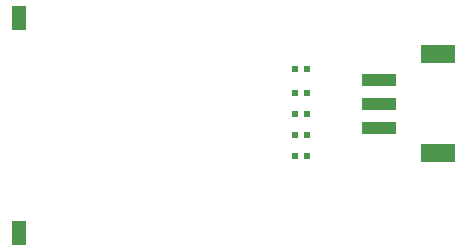
<source format=gtp>
%FSLAX23Y23*%
%MOIN*%
G70*
G01*
G75*
G04 Layer_Color=8421504*
%ADD10R,0.024X0.020*%
%ADD11R,0.118X0.059*%
%ADD12R,0.118X0.039*%
%ADD13R,0.051X0.079*%
%ADD14C,0.010*%
%ADD15C,0.236*%
%ADD16C,0.039*%
%ADD17C,0.005*%
D10*
X1040Y595D02*
D03*
X1000D02*
D03*
X1000Y455D02*
D03*
X1040D02*
D03*
X1040Y525D02*
D03*
X1000D02*
D03*
X1040Y385D02*
D03*
X1000D02*
D03*
X1000Y675D02*
D03*
X1040D02*
D03*
D11*
X1477Y395D02*
D03*
Y725D02*
D03*
D12*
X1280Y639D02*
D03*
Y481D02*
D03*
Y560D02*
D03*
Y639D02*
D03*
D13*
X80Y847D02*
D03*
Y129D02*
D03*
M02*

</source>
